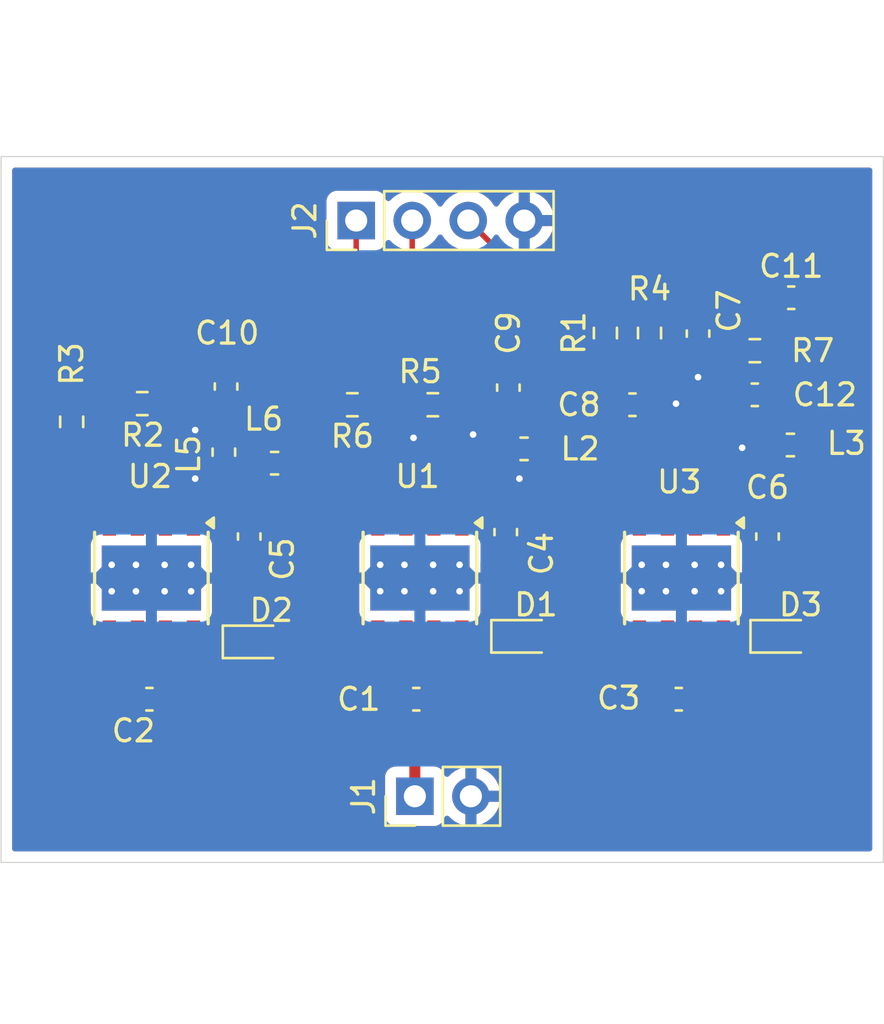
<source format=kicad_pcb>
(kicad_pcb (version 20241229) (generator "pcbnew") (generator_version "9.0")
  (layers (0 "F.Cu" signal) (2 "B.Cu" signal) (13 "F.Paste" user) (15 "B.Paste" user) (5 "F.SilkS" user "F.Silkscreen") (7 "B.SilkS" user "B.Silkscreen") (1 "F.Mask" user) (3 "B.Mask" user) (25 "Edge.Cuts" user))
  (net 0 "")
  (net 1 "GND")
  (net 2 "+24V")
  (net 3 "Net-(U1-BOOT)")
  (net 4 "Net-(D1-K)")
  (net 5 "Net-(U2-BOOT)")
  (net 6 "Net-(D2-K)")
  (net 7 "Net-(D3-K)")
  (net 8 "Net-(U3-BOOT)")
  (net 9 "Net-(U3-VSENSE)")
  (net 10 "Net-(C8-Pad2)")
  (net 11 "+5V")
  (net 12 "+12V")
  (net 13 "+3.3V")
  (net 14 "Net-(U2-VSENSE)")
  (net 15 "Net-(U1-VSENSE)")
  (footprint "Capacitor_SMD:C_0603_1608Metric" (layer "F.Cu") (at 188.625 59.25 180)
    (property "Reference" "C8" (at 2.425 0 0) (layer "F.SilkS"))
    (property "Value" "0.1 μF")
    (fp_line (start -0.14058 0.51) (end 0.14058 0.51) (stroke (width 0.12)) (layer "F.SilkS"))
    (fp_line (start -0.14058 -0.51) (end 0.14058 -0.51) (stroke (width 0.12)) (layer "F.SilkS"))
    (pad "1" smd roundrect (at -0.775 0 180) (size 0.9 0.95) (layers "F.Cu" "F.Mask" "F.Paste") (net 9 "Net-(U3-VSENSE)"))
    (pad "2" smd roundrect (at 0.775 0 180) (size 0.9 0.95) (layers "F.Cu" "F.Mask" "F.Paste") (net 10 "Net-(C8-Pad2)"))
  )
  (footprint "Capacitor_SMD:C_0603_1608Metric" (layer "F.Cu") (at 191.6 56.025 90)
    (property "Reference" "C7" (at 1.025 1.4 90) (layer "F.SilkS"))
    (property "Value" "150 pF")
    (fp_line (start -0.14058 -0.51) (end 0.14058 -0.51) (stroke (width 0.12)) (layer "F.SilkS"))
    (fp_line (start -0.14058 0.51) (end 0.14058 0.51) (stroke (width 0.12)) (layer "F.SilkS"))
    (pad "1" smd roundrect (at -0.775 0 90) (size 0.9 0.95) (layers "F.Cu" "F.Mask" "F.Paste") (net 9 "Net-(U3-VSENSE)"))
    (pad "2" smd roundrect (at 0.775 0 90) (size 0.9 0.95) (layers "F.Cu" "F.Mask" "F.Paste") (net 1 "GND"))
  )
  (footprint "Capacitor_SMD:C_0603_1608Metric" (layer "F.Cu") (at 190.725 72.6 180)
    (property "Reference" "C3" (at 2.725 0.05 0) (layer "F.SilkS"))
    (property "Value" "4.7uF")
    (fp_line (start -0.14058 0.51) (end 0.14058 0.51) (stroke (width 0.12)) (layer "F.SilkS"))
    (fp_line (start -0.14058 -0.51) (end 0.14058 -0.51) (stroke (width 0.12)) (layer "F.SilkS"))
    (pad "1" smd roundrect (at -0.775 0 180) (size 0.9 0.95) (layers "F.Cu" "F.Mask" "F.Paste") (net 2 "+24V"))
    (pad "2" smd roundrect (at 0.775 0 180) (size 0.9 0.95) (layers "F.Cu" "F.Mask" "F.Paste") (net 1 "GND"))
  )
  (footprint "Resistor_SMD:R_0603_1608Metric" (layer "F.Cu") (at 179.575 59.25 180)
    (property "Reference" "R5" (at 0.575 1.5 0) (layer "F.SilkS"))
    (property "Value" "10K")
    (fp_line (start -0.237258 0.5225) (end 0.237258 0.5225) (stroke (width 0.12)) (layer "F.SilkS"))
    (fp_line (start -0.237258 -0.5225) (end 0.237258 -0.5225) (stroke (width 0.12)) (layer "F.SilkS"))
    (pad "1" smd roundrect (at -0.825 0 180) (size 0.8 0.95) (layers "F.Cu" "F.Mask" "F.Paste") (net 11 "+5V"))
    (pad "2" smd roundrect (at 0.825 0 180) (size 0.8 0.95) (layers "F.Cu" "F.Mask" "F.Paste") (net 15 "Net-(U1-VSENSE)"))
  )
  (footprint "Capacitor_SMD:C_0603_1608Metric" (layer "F.Cu") (at 171.25 65.225 -90)
    (property "Reference" "C5" (at 1.025 -1.5 90) (layer "F.SilkS"))
    (property "Value" "0.01uf")
    (fp_line (start -0.14058 0.51) (end 0.14058 0.51) (stroke (width 0.12)) (layer "F.SilkS"))
    (fp_line (start -0.14058 -0.51) (end 0.14058 -0.51) (stroke (width 0.12)) (layer "F.SilkS"))
    (pad "1" smd roundrect (at -0.775 0 270) (size 0.9 0.95) (layers "F.Cu" "F.Mask" "F.Paste") (net 5 "Net-(U2-BOOT)"))
    (pad "2" smd roundrect (at 0.775 0 270) (size 0.9 0.95) (layers "F.Cu" "F.Mask" "F.Paste") (net 6 "Net-(D2-K)"))
  )
  (footprint "Package_SO:TI_SO-PowerPAD-8_ThermalVias" (layer "F.Cu") (at 178.988 67.106 -90)
    (property "Reference" "U1" (at -4.606 0.107 180) (layer "F.SilkS"))
    (property "Value" "TPS5430DDA")
    (fp_line (start -2.075 2.575) (end 2.075 2.575) (stroke (width 0.15)) (layer "F.SilkS"))
    (fp_line (start -2.075 -2.575) (end 2.075 -2.575) (stroke (width 0.15)) (layer "F.SilkS"))
    (fp_poly (pts (xy -2.5 -2.5) (xy -2.74 -2.83) (xy -2.26 -2.83) (xy -2.5 -2.5)) (stroke (width 0.12)) (fill yes) (layer "F.SilkS"))
    (pad "1" smd rect (at -2.7 -1.905 270) (size 1.55 0.6) (layers "F.Cu" "F.Mask" "F.Paste") (net 3 "Net-(U1-BOOT)"))
    (pad "2" smd rect (at -2.7 -0.635 270) (size 1.55 0.6) (layers "F.Cu" "F.Mask" "F.Paste"))
    (pad "3" smd rect (at -2.7 0.635 270) (size 1.55 0.6) (layers "F.Cu" "F.Mask" "F.Paste"))
    (pad "4" smd rect (at -2.7 1.905 270) (size 1.55 0.6) (layers "F.Cu" "F.Mask" "F.Paste") (net 15 "Net-(U1-VSENSE)"))
    (pad "5" smd rect (at 2.7 1.905 270) (size 1.55 0.6) (layers "F.Cu" "F.Mask" "F.Paste"))
    (pad "6" smd rect (at 2.7 0.635 270) (size 1.55 0.6) (layers "F.Cu" "F.Mask" "F.Paste") (net 1 "GND"))
    (pad "7" smd rect (at 2.7 -0.635 270) (size 1.55 0.6) (layers "F.Cu" "F.Mask" "F.Paste") (net 2 "+24V"))
    (pad "8" smd rect (at 2.7 -1.905 270) (size 1.55 0.6) (layers "F.Cu" "F.Mask" "F.Paste") (net 4 "Net-(D1-K)"))
    (pad "9" thru_hole circle (at -0.6 -1.8 270) (size 0.6 0.6) (drill 0.3) (layers "*.Cu") (net 1 "GND"))
    (pad "9" thru_hole circle (at -0.6 -0.6 270) (size 0.6 0.6) (drill 0.3) (layers "*.Cu") (net 1 "GND"))
    (pad "9" thru_hole circle (at -0.6 0.7 270) (size 0.6 0.6) (drill 0.3) (layers "*.Cu") (net 1 "GND"))
    (pad "9" thru_hole circle (at -0.6 1.8 270) (size 0.6 0.6) (drill 0.3) (layers "*.Cu") (net 1 "GND"))
    (pad "9" smd rect (at 0 0 270) (size 2.6 3.1) (layers "F.Cu" "F.Mask" "F.Paste") (net 1 "GND"))
    (pad "9" smd rect (at 0 0 270) (size 2.95 4.5) (layers "F.Cu") (net 1 "GND"))
    (pad "9" smd rect (at 0 0 270) (size 2.95 4.5) (layers "B.Cu") (net 1 "GND"))
    (pad "9" thru_hole circle (at 0.6 -1.8 270) (size 0.6 0.6) (drill 0.3) (layers "*.Cu") (net 1 "GND"))
    (pad "9" thru_hole circle (at 0.6 -0.6 270) (size 0.6 0.6) (drill 0.3) (layers "*.Cu") (net 1 "GND"))
    (pad "9" thru_hole circle (at 0.6 0.7 270) (size 0.6 0.6) (drill 0.3) (layers "*.Cu") (net 1 "GND"))
    (pad "9" thru_hole circle (at 0.6 1.8 270) (size 0.6 0.6) (drill 0.3) (layers "*.Cu") (net 1 "GND"))
  )
  (footprint "Resistor_SMD:R_0603_1608Metric" (layer "F.Cu") (at 163.2 60.025 -90)
    (property "Reference" "R3" (at -2.625 0 90) (layer "F.SilkS"))
    (property "Value" "1.13k")
    (fp_line (start -0.237258 0.5225) (end 0.237258 0.5225) (stroke (width 0.12)) (layer "F.SilkS"))
    (fp_line (start -0.237258 -0.5225) (end 0.237258 -0.5225) (stroke (width 0.12)) (layer "F.SilkS"))
    (pad "1" smd roundrect (at -0.825 0 270) (size 0.8 0.95) (layers "F.Cu" "F.Mask" "F.Paste") (net 14 "Net-(U2-VSENSE)"))
    (pad "2" smd roundrect (at 0.825 0 270) (size 0.8 0.95) (layers "F.Cu" "F.Mask" "F.Paste") (net 1 "GND"))
  )
  (footprint "Resistor_SMD:R_0603_1608Metric" (layer "F.Cu") (at 187.4 56 90)
    (property "Reference" "R1" (at 0 -1.43 90) (layer "F.SilkS"))
    (property "Value" "549 Ω")
    (fp_line (start -0.237258 -0.5225) (end 0.237258 -0.5225) (stroke (width 0.12)) (layer "F.SilkS"))
    (fp_line (start -0.237258 0.5225) (end 0.237258 0.5225) (stroke (width 0.12)) (layer "F.SilkS"))
    (pad "1" smd roundrect (at -0.825 0 90) (size 0.8 0.95) (layers "F.Cu" "F.Mask" "F.Paste") (net 10 "Net-(C8-Pad2)"))
    (pad "2" smd roundrect (at 0.825 0 90) (size 0.8 0.95) (layers "F.Cu" "F.Mask" "F.Paste") (net 1 "GND"))
  )
  (footprint "Capacitor_SMD:C_0603_1608Metric" (layer "F.Cu") (at 182.881 65.025 -90)
    (property "Reference" "C4" (at 0.975 -1.619 90) (layer "F.SilkS"))
    (property "Value" "0.01 uF")
    (fp_line (start -0.14058 0.51) (end 0.14058 0.51) (stroke (width 0.12)) (layer "F.SilkS"))
    (fp_line (start -0.14058 -0.51) (end 0.14058 -0.51) (stroke (width 0.12)) (layer "F.SilkS"))
    (pad "1" smd roundrect (at -0.775 0 270) (size 0.9 0.95) (layers "F.Cu" "F.Mask" "F.Paste") (net 3 "Net-(U1-BOOT)"))
    (pad "2" smd roundrect (at 0.775 0 270) (size 0.9 0.95) (layers "F.Cu" "F.Mask" "F.Paste") (net 4 "Net-(D1-K)"))
  )
  (footprint "Resistor_SMD:R_0603_1608Metric" (layer "F.Cu") (at 194.175 56.8)
    (property "Reference" "R7" (at 2.625 0 0) (layer "F.SilkS"))
    (property "Value" "10 kΩ")
    (fp_line (start -0.237258 -0.5225) (end 0.237258 -0.5225) (stroke (width 0.12)) (layer "F.SilkS"))
    (fp_line (start -0.237258 0.5225) (end 0.237258 0.5225) (stroke (width 0.12)) (layer "F.SilkS"))
    (pad "1" smd roundrect (at -0.825 0) (size 0.8 0.95) (layers "F.Cu" "F.Mask" "F.Paste") (net 9 "Net-(U3-VSENSE)"))
    (pad "2" smd roundrect (at 0.825 0) (size 0.8 0.95) (layers "F.Cu" "F.Mask" "F.Paste") (net 13 "+3.3V"))
  )
  (footprint "Package_SO:TI_SO-PowerPAD-8_ThermalVias" (layer "F.Cu") (at 190.845 67.106 -90)
    (property "Reference" "U3" (at -4.356 0.095 180) (layer "F.SilkS"))
    (property "Value" "TPS5430DDA")
    (fp_line (start -2.075 2.575) (end 2.075 2.575) (stroke (width 0.15)) (layer "F.SilkS"))
    (fp_line (start -2.075 -2.575) (end 2.075 -2.575) (stroke (width 0.15)) (layer "F.SilkS"))
    (fp_poly (pts (xy -2.5 -2.5) (xy -2.74 -2.83) (xy -2.26 -2.83) (xy -2.5 -2.5)) (stroke (width 0.12)) (fill yes) (layer "F.SilkS"))
    (pad "1" smd rect (at -2.7 -1.905 270) (size 1.55 0.6) (layers "F.Cu" "F.Mask" "F.Paste") (net 8 "Net-(U3-BOOT)"))
    (pad "2" smd rect (at -2.7 -0.635 270) (size 1.55 0.6) (layers "F.Cu" "F.Mask" "F.Paste"))
    (pad "3" smd rect (at -2.7 0.635 270) (size 1.55 0.6) (layers "F.Cu" "F.Mask" "F.Paste"))
    (pad "4" smd rect (at -2.7 1.905 270) (size 1.55 0.6) (layers "F.Cu" "F.Mask" "F.Paste") (net 9 "Net-(U3-VSENSE)"))
    (pad "5" smd rect (at 2.7 1.905 270) (size 1.55 0.6) (layers "F.Cu" "F.Mask" "F.Paste"))
    (pad "6" smd rect (at 2.7 0.635 270) (size 1.55 0.6) (layers "F.Cu" "F.Mask" "F.Paste") (net 1 "GND"))
    (pad "7" smd rect (at 2.7 -0.635 270) (size 1.55 0.6) (layers "F.Cu" "F.Mask" "F.Paste") (net 2 "+24V"))
    (pad "8" smd rect (at 2.7 -1.905 270) (size 1.55 0.6) (layers "F.Cu" "F.Mask" "F.Paste") (net 7 "Net-(D3-K)"))
    (pad "9" thru_hole circle (at -0.6 -1.8 270) (size 0.6 0.6) (drill 0.3) (layers "*.Cu") (net 1 "GND"))
    (pad "9" thru_hole circle (at -0.6 -0.6 270) (size 0.6 0.6) (drill 0.3) (layers "*.Cu") (net 1 "GND"))
    (pad "9" thru_hole circle (at -0.6 0.7 270) (size 0.6 0.6) (drill 0.3) (layers "*.Cu") (net 1 "GND"))
    (pad "9" thru_hole circle (at -0.6 1.8 270) (size 0.6 0.6) (drill 0.3) (layers "*.Cu") (net 1 "GND"))
    (pad "9" smd rect (at 0 0 270) (size 2.6 3.1) (layers "F.Cu" "F.Mask" "F.Paste") (net 1 "GND"))
    (pad "9" smd rect (at 0 0 270) (size 2.95 4.5) (layers "F.Cu") (net 1 "GND"))
    (pad "9" smd rect (at 0 0 270) (size 2.95 4.5) (layers "B.Cu") (net 1 "GND"))
    (pad "9" thru_hole circle (at 0.6 -1.8 270) (size 0.6 0.6) (drill 0.3) (layers "*.Cu") (net 1 "GND"))
    (pad "9" thru_hole circle (at 0.6 -0.6 270) (size 0.6 0.6) (drill 0.3) (layers "*.Cu") (net 1 "GND"))
    (pad "9" thru_hole circle (at 0.6 0.7 270) (size 0.6 0.6) (drill 0.3) (layers "*.Cu") (net 1 "GND"))
    (pad "9" thru_hole circle (at 0.6 1.8 270) (size 0.6 0.6) (drill 0.3) (layers "*.Cu") (net 1 "GND"))
  )
  (footprint "Capacitor_SMD:C_0603_1608Metric" (layer "F.Cu") (at 178.825 72.6 180)
    (property "Reference" "C1" (at 2.606 0 0) (layer "F.SilkS"))
    (property "Value" "4.7 μF")
    (fp_line (start -0.14058 0.51) (end 0.14058 0.51) (stroke (width 0.12)) (layer "F.SilkS"))
    (fp_line (start -0.14058 -0.51) (end 0.14058 -0.51) (stroke (width 0.12)) (layer "F.SilkS"))
    (pad "1" smd roundrect (at -0.775 0 180) (size 0.9 0.95) (layers "F.Cu" "F.Mask" "F.Paste") (net 2 "+24V"))
    (pad "2" smd roundrect (at 0.775 0 180) (size 0.9 0.95) (layers "F.Cu" "F.Mask" "F.Paste") (net 1 "GND"))
  )
  (footprint "Connector_PinHeader_2.54mm:PinHeader_1x04_P2.54mm_Vertical" (layer "F.Cu") (at 176.1 50.9 90)
    (property "Reference" "J2" (at 0 -2.33 90) (layer "F.SilkS"))
    (property "Value" "Power Out")
    (fp_line (start -1.33 -1.33) (end 0 -1.33) (stroke (width 0.12)) (layer "F.SilkS"))
    (fp_line (start -1.33 0) (end -1.33 -1.33) (stroke (width 0.12)) (layer "F.SilkS"))
    (fp_line (start 1.33 1.27) (end 1.33 8.95) (stroke (width 0.12)) (layer "F.SilkS"))
    (fp_line (start -1.33 1.27) (end 1.33 1.27) (stroke (width 0.12)) (layer "F.SilkS"))
    (fp_line (start -1.33 1.27) (end -1.33 8.95) (stroke (width 0.12)) (layer "F.SilkS"))
    (fp_line (start -1.33 8.95) (end 1.33 8.95) (stroke (width 0.12)) (layer "F.SilkS"))
    (pad "1" thru_hole rect (at 0 0 90) (size 1.7 1.7) (drill 1) (layers "*.Cu" "*.Mask") (net 12 "+12V"))
    (pad "2" thru_hole oval (at 0 2.54 90) (size 1.7 1.7) (drill 1) (layers "*.Cu" "*.Mask") (net 11 "+5V"))
    (pad "3" thru_hole oval (at 0 5.08 90) (size 1.7 1.7) (drill 1) (layers "*.Cu" "*.Mask") (net 13 "+3.3V"))
    (pad "4" thru_hole oval (at 0 7.62 90) (size 1.7 1.7) (drill 1) (layers "*.Cu" "*.Mask") (net 1 "GND"))
  )
  (footprint "Resistor_SMD:R_0603_1608Metric" (layer "F.Cu") (at 166.4 59.2 180)
    (property "Reference" "R2" (at -0.025 -1.43 0) (layer "F.SilkS"))
    (property "Value" "10k")
    (fp_line (start -0.237258 0.5225) (end 0.237258 0.5225) (stroke (width 0.12)) (layer "F.SilkS"))
    (fp_line (start -0.237258 -0.5225) (end 0.237258 -0.5225) (stroke (width 0.12)) (layer "F.SilkS"))
    (pad "1" smd roundrect (at -0.825 0 180) (size 0.8 0.95) (layers "F.Cu" "F.Mask" "F.Paste") (net 12 "+12V"))
    (pad "2" smd roundrect (at 0.825 0 180) (size 0.8 0.95) (layers "F.Cu" "F.Mask" "F.Paste") (net 14 "Net-(U2-VSENSE)"))
  )
  (footprint "Resistor_SMD:R_0603_1608Metric" (layer "F.Cu") (at 189.4 56 90)
    (property "Reference" "R4" (at 2 0 180) (layer "F.SilkS"))
    (property "Value" "5.9 kΩ")
    (fp_line (start -0.237258 -0.5225) (end 0.237258 -0.5225) (stroke (width 0.12)) (layer "F.SilkS"))
    (fp_line (start -0.237258 0.5225) (end 0.237258 0.5225) (stroke (width 0.12)) (layer "F.SilkS"))
    (pad "1" smd roundrect (at -0.825 0 90) (size 0.8 0.95) (layers "F.Cu" "F.Mask" "F.Paste") (net 9 "Net-(U3-VSENSE)"))
    (pad "2" smd roundrect (at 0.825 0 90) (size 0.8 0.95) (layers "F.Cu" "F.Mask" "F.Paste") (net 1 "GND"))
  )
  (footprint "Diode_SMD:D_0603_1608Metric" (layer "F.Cu") (at 183.7125 69.75)
    (property "Reference" "D1" (at 0.5375 -1.43 0) (layer "F.SilkS"))
    (property "Value" "D_Schottky")
    (fp_line (start -1.485 -0.735) (end -1.485 0.735) (stroke (width 0.12)) (layer "F.SilkS"))
    (fp_line (start -1.485 0.735) (end 0.8 0.735) (stroke (width 0.12)) (layer "F.SilkS"))
    (fp_line (start 0.8 -0.735) (end -1.485 -0.735) (stroke (width 0.12)) (layer "F.SilkS"))
    (pad "1" smd roundrect (at -0.7875 0) (size 0.875 0.95) (layers "F.Cu" "F.Mask" "F.Paste") (net 4 "Net-(D1-K)"))
    (pad "2" smd roundrect (at 0.7875 0) (size 0.875 0.95) (layers "F.Cu" "F.Mask" "F.Paste") (net 1 "GND"))
  )
  (footprint "Capacitor_SMD:C_0603_1608Metric" (layer "F.Cu") (at 195.825 54.4)
    (property "Reference" "C11" (at 0 -1.43 0) (layer "F.SilkS"))
    (property "Value" "100 μF")
    (fp_line (start -0.14058 -0.51) (end 0.14058 -0.51) (stroke (width 0.12)) (layer "F.SilkS"))
    (fp_line (start -0.14058 0.51) (end 0.14058 0.51) (stroke (width 0.12)) (layer "F.SilkS"))
    (pad "1" smd roundrect (at -0.775 0) (size 0.9 0.95) (layers "F.Cu" "F.Mask" "F.Paste") (net 13 "+3.3V"))
    (pad "2" smd roundrect (at 0.775 0) (size 0.9 0.95) (layers "F.Cu" "F.Mask" "F.Paste") (net 1 "GND"))
  )
  (footprint "Inductor_SMD:L_0603_1608Metric" (layer "F.Cu") (at 172.4 61.9)
    (property "Reference" "L6" (at -0.5 -2 0) (layer "F.SilkS"))
    (property "Value" "12u")
    (fp_line (start -0.162779 -0.51) (end 0.162779 -0.51) (stroke (width 0.12)) (layer "F.SilkS"))
    (fp_line (start -0.162779 0.51) (end 0.162779 0.51) (stroke (width 0.12)) (layer "F.SilkS"))
    (pad "1" smd roundrect (at -0.7875 0) (size 0.875 0.95) (layers "F.Cu" "F.Mask" "F.Paste"))
    (pad "2" smd roundrect (at 0.7875 0) (size 0.875 0.95) (layers "F.Cu" "F.Mask" "F.Paste"))
  )
  (footprint "Diode_SMD:D_0603_1608Metric" (layer "F.Cu") (at 171.5375 70)
    (property "Reference" "D2" (at 0.7125 -1.43 0) (layer "F.SilkS"))
    (property "Value" "D_Schottky")
    (fp_line (start -1.485 -0.735) (end -1.485 0.735) (stroke (width 0.12)) (layer "F.SilkS"))
    (fp_line (start -1.485 0.735) (end 0.8 0.735) (stroke (width 0.12)) (layer "F.SilkS"))
    (fp_line (start 0.8 -0.735) (end -1.485 -0.735) (stroke (width 0.12)) (layer "F.SilkS"))
    (pad "1" smd roundrect (at -0.7875 0) (size 0.875 0.95) (layers "F.Cu" "F.Mask" "F.Paste") (net 6 "Net-(D2-K)"))
    (pad "2" smd roundrect (at 0.7875 0) (size 0.875 0.95) (layers "F.Cu" "F.Mask" "F.Paste") (net 1 "GND"))
  )
  (footprint "Diode_SMD:D_0603_1608Metric" (layer "F.Cu") (at 195.4625 69.75)
    (property "Reference" "D3" (at 0.7875 -1.43 0) (layer "F.SilkS"))
    (property "Value" "D_Schottky")
    (fp_line (start -1.485 -0.735) (end -1.485 0.735) (stroke (width 0.12)) (layer "F.SilkS"))
    (fp_line (start -1.485 0.735) (end 0.8 0.735) (stroke (width 0.12)) (layer "F.SilkS"))
    (fp_line (start 0.8 -0.735) (end -1.485 -0.735) (stroke (width 0.12)) (layer "F.SilkS"))
    (pad "1" smd roundrect (at -0.7875 0) (size 0.875 0.95) (layers "F.Cu" "F.Mask" "F.Paste") (net 7 "Net-(D3-K)"))
    (pad "2" smd roundrect (at 0.7875 0) (size 0.875 0.95) (layers "F.Cu" "F.Mask" "F.Paste") (net 1 "GND"))
  )
  (footprint "Inductor_SMD:L_0603_1608Metric" (layer "F.Cu") (at 183.7125 61.25 180)
    (property "Reference" "L2" (at -2.5375 0 0) (layer "F.SilkS"))
    (property "Value" ">=26 uH")
    (fp_line (start -0.162779 0.51) (end 0.162779 0.51) (stroke (width 0.12)) (layer "F.SilkS"))
    (fp_line (start -0.162779 -0.51) (end 0.162779 -0.51) (stroke (width 0.12)) (layer "F.SilkS"))
    (pad "1" smd roundrect (at -0.7875 0 180) (size 0.875 0.95) (layers "F.Cu" "F.Mask" "F.Paste") (net 4 "Net-(D1-K)"))
    (pad "2" smd roundrect (at 0.7875 0 180) (size 0.875 0.95) (layers "F.Cu" "F.Mask" "F.Paste") (net 11 "+5V"))
  )
  (footprint "Connector_PinHeader_2.54mm:PinHeader_1x02_P2.54mm_Vertical" (layer "F.Cu") (at 178.76 77 90)
    (property "Reference" "J1" (at 0 -2.33 90) (layer "F.SilkS"))
    (property "Value" "Power In")
    (fp_line (start -1.33 -1.33) (end 0 -1.33) (stroke (width 0.12)) (layer "F.SilkS"))
    (fp_line (start -1.33 0) (end -1.33 -1.33) (stroke (width 0.12)) (layer "F.SilkS"))
    (fp_line (start 1.33 1.27) (end 1.33 3.87) (stroke (width 0.12)) (layer "F.SilkS"))
    (fp_line (start -1.33 1.27) (end 1.33 1.27) (stroke (width 0.12)) (layer "F.SilkS"))
    (fp_line (start -1.33 1.27) (end -1.33 3.87) (stroke (width 0.12)) (layer "F.SilkS"))
    (fp_line (start -1.33 3.87) (end 1.33 3.87) (stroke (width 0.12)) (layer "F.SilkS"))
    (pad "1" thru_hole rect (at 0 0 90) (size 1.7 1.7) (drill 1) (layers "*.Cu" "*.Mask") (net 2 "+24V"))
    (pad "2" thru_hole oval (at 0 2.54 90) (size 1.7 1.7) (drill 1) (layers "*.Cu" "*.Mask") (net 1 "GND"))
  )
  (footprint "Inductor_SMD:L_0603_1608Metric" (layer "F.Cu") (at 195.7875 61.075 180)
    (property "Reference" "L3" (at -2.5375 0.075 0) (layer "F.SilkS"))
    (property "Value" "15 μH")
    (fp_line (start -0.162779 0.51) (end 0.162779 0.51) (stroke (width 0.12)) (layer "F.SilkS"))
    (fp_line (start -0.162779 -0.51) (end 0.162779 -0.51) (stroke (width 0.12)) (layer "F.SilkS"))
    (pad "1" smd roundrect (at -0.7875 0 180) (size 0.875 0.95) (layers "F.Cu" "F.Mask" "F.Paste") (net 7 "Net-(D3-K)"))
    (pad "2" smd roundrect (at 0.7875 0 180) (size 0.875 0.95) (layers "F.Cu" "F.Mask" "F.Paste") (net 13 "+3.3V"))
  )
  (footprint "Capacitor_SMD:C_0603_1608Metric" (layer "F.Cu") (at 183 58.475 90)
    (property "Reference" "C9" (at 2.475 0 90) (layer "F.SilkS"))
    (property "Value" "220uF")
    (fp_line (start -0.14058 -0.51) (end 0.14058 -0.51) (stroke (width 0.12)) (layer "F.SilkS"))
    (fp_line (start -0.14058 0.51) (end 0.14058 0.51) (stroke (width 0.12)) (layer "F.SilkS"))
    (pad "1" smd roundrect (at -0.775 0 90) (size 0.9 0.95) (layers "F.Cu" "F.Mask" "F.Paste") (net 11 "+5V"))
    (pad "2" smd roundrect (at 0.775 0 90) (size 0.9 0.95) (layers "F.Cu" "F.Mask" "F.Paste") (net 1 "GND"))
  )
  (footprint "Capacitor_SMD:C_0603_1608Metric" (layer "F.Cu") (at 194.175 58.8)
    (property "Reference" "C12" (at 3.175 0 0) (layer "F.SilkS"))
    (property "Value" "1500 pF")
    (fp_line (start -0.14058 -0.51) (end 0.14058 -0.51) (stroke (width 0.12)) (layer "F.SilkS"))
    (fp_line (start -0.14058 0.51) (end 0.14058 0.51) (stroke (width 0.12)) (layer "F.SilkS"))
    (pad "1" smd roundrect (at -0.775 0) (size 0.9 0.95) (layers "F.Cu" "F.Mask" "F.Paste") (net 9 "Net-(U3-VSENSE)"))
    (pad "2" smd roundrect (at 0.775 0) (size 0.9 0.95) (layers "F.Cu" "F.Mask" "F.Paste") (net 13 "+3.3V"))
  )
  (footprint "Package_SO:TI_SO-PowerPAD-8_ThermalVias" (layer "F.Cu") (at 166.814 67.108 -90)
    (property "Reference" "U2" (at -4.608 0.064 0) (layer "F.SilkS"))
    (property "Value" "TPS5430DDA")
    (fp_line (start -2.075 2.575) (end 2.075 2.575) (stroke (width 0.15)) (layer "F.SilkS"))
    (fp_line (start -2.075 -2.575) (end 2.075 -2.575) (stroke (width 0.15)) (layer "F.SilkS"))
    (fp_poly (pts (xy -2.5 -2.5) (xy -2.74 -2.83) (xy -2.26 -2.83) (xy -2.5 -2.5)) (stroke (width 0.12)) (fill yes) (layer "F.SilkS"))
    (pad "1" smd rect (at -2.7 -1.905 270) (size 1.55 0.6) (layers "F.Cu" "F.Mask" "F.Paste") (net 5 "Net-(U2-BOOT)"))
    (pad "2" smd rect (at -2.7 -0.635 270) (size 1.55 0.6) (layers "F.Cu" "F.Mask" "F.Paste"))
    (pad "3" smd rect (at -2.7 0.635 270) (size 1.55 0.6) (layers "F.Cu" "F.Mask" "F.Paste"))
    (pad "4" smd rect (at -2.7 1.905 270) (size 1.55 0.6) (layers "F.Cu" "F.Mask" "F.Paste") (net 14 "Net-(U2-VSENSE)"))
    (pad "5" smd rect (at 2.7 1.905 270) (size 1.55 0.6) (layers "F.Cu" "F.Mask" "F.Paste"))
    (pad "6" smd rect (at 2.7 0.635 270) (size 1.55 0.6) (layers "F.Cu" "F.Mask" "F.Paste") (net 1 "GND"))
    (pad "7" smd rect (at 2.7 -0.635 270) (size 1.55 0.6) (layers "F.Cu" "F.Mask" "F.Paste") (net 2 "+24V"))
    (pad "8" smd rect (at 2.7 -1.905 270) (size 1.55 0.6) (layers "F.Cu" "F.Mask" "F.Paste") (net 6 "Net-(D2-K)"))
    (pad "9" thru_hole circle (at -0.6 -1.8 270) (size 0.6 0.6) (drill 0.3) (layers "*.Cu") (net 1 "GND"))
    (pad "9" thru_hole circle (at -0.6 -0.6 270) (size 0.6 0.6) (drill 0.3) (layers "*.Cu") (net 1 "GND"))
    (pad "9" thru_hole circle (at -0.6 0.7 270) (size 0.6 0.6) (drill 0.3) (layers "*.Cu") (net 1 "GND"))
    (pad "9" thru_hole circle (at -0.6 1.8 270) (size 0.6 0.6) (drill 0.3) (layers "*.Cu") (net 1 "GND"))
    (pad "9" smd rect (at 0 0 270) (size 2.6 3.1) (layers "F.Cu" "F.Mask" "F.Paste") (net 1 "GND"))
    (pad "9" smd rect (at 0 0 270) (size 2.95 4.5) (layers "F.Cu") (net 1 "GND"))
    (pad "9" smd rect (at 0 0 270) (size 2.95 4.5) (layers "B.Cu") (net 1 "GND"))
    (pad "9" thru_hole circle (at 0.6 -1.8 270) (size 0.6 0.6) (drill 0.3) (layers "*.Cu") (net 1 "GND"))
    (pad "9" thru_hole circle (at 0.6 -0.6 270) (size 0.6 0.6) (drill 0.3) (layers "*.Cu") (net 1 "GND"))
    (pad "9" thru_hole circle (at 0.6 0.7 270) (size 0.6 0.6) (drill 0.3) (layers "*.Cu") (net 1 "GND"))
    (pad "9" thru_hole circle (at 0.6 1.8 270) (size 0.6 0.6) (drill 0.3) (layers "*.Cu") (net 1 "GND"))
  )
  (footprint "Capacitor_SMD:C_0603_1608Metric" (layer "F.Cu") (at 170.2 58.425 -90)
    (property "Reference" "C10" (at -2.425 -0.05 180) (layer "F.SilkS"))
    (property "Value" "22u")
    (fp_line (start -0.14058 0.51) (end 0.14058 0.51) (stroke (width 0.12)) (layer "F.SilkS"))
    (fp_line (start -0.14058 -0.51) (end 0.14058 -0.51) (stroke (width 0.12)) (layer "F.SilkS"))
    (pad "1" smd roundrect (at -0.775 0 270) (size 0.9 0.95) (layers "F.Cu" "F.Mask" "F.Paste") (net 1 "GND"))
    (pad "2" smd roundrect (at 0.775 0 270) (size 0.9 0.95) (layers "F.Cu" "F.Mask" "F.Paste") (net 12 "+12V"))
  )
  (footprint "Resistor_SMD:R_0603_1608Metric" (layer "F.Cu") (at 175.925 59.25 180)
    (property "Reference" "R6" (at 0 -1.43 0) (layer "F.SilkS"))
    (property "Value" "3.2K")
    (fp_line (start -0.237258 0.5225) (end 0.237258 0.5225) (stroke (width 0.12)) (layer "F.SilkS"))
    (fp_line (start -0.237258 -0.5225) (end 0.237258 -0.5225) (stroke (width 0.12)) (layer "F.SilkS"))
    (pad "1" smd roundrect (at -0.825 0 180) (size 0.8 0.95) (layers "F.Cu" "F.Mask" "F.Paste") (net 15 "Net-(U1-VSENSE)"))
    (pad "2" smd roundrect (at 0.825 0 180) (size 0.8 0.95) (layers "F.Cu" "F.Mask" "F.Paste") (net 1 "GND"))
  )
  (footprint "Inductor_SMD:L_0603_1608Metric" (layer "F.Cu") (at 170.1 61.4 -90)
    (property "Reference" "L5" (at 0.1 1.6 90) (layer "F.SilkS"))
    (property "Value" "10u" (hide yes))
    (fp_line (start -0.162779 0.51) (end 0.162779 0.51) (stroke (width 0.12)) (layer "F.SilkS"))
    (fp_line (start -0.162779 -0.51) (end 0.162779 -0.51) (stroke (width 0.12)) (layer "F.SilkS"))
    (pad "1" smd roundrect (at -0.7875 0 270) (size 0.875 0.95) (layers "F.Cu" "F.Mask" "F.Paste"))
    (pad "2" smd roundrect (at 0.7875 0 270) (size 0.875 0.95) (layers "F.Cu" "F.Mask" "F.Paste"))
  )
  (footprint "Capacitor_SMD:C_0603_1608Metric" (layer "F.Cu") (at 194.75 65.225 -90)
    (property "Reference" "C6" (at -2.225 0 180) (layer "F.SilkS"))
    (property "Value" "0.01 μF")
    (fp_line (start -0.14058 0.51) (end 0.14058 0.51) (stroke (width 0.12)) (layer "F.SilkS"))
    (fp_line (start -0.14058 -0.51) (end 0.14058 -0.51) (stroke (width 0.12)) (layer "F.SilkS"))
    (pad "1" smd roundrect (at -0.775 0 270) (size 0.9 0.95) (layers "F.Cu" "F.Mask" "F.Paste") (net 8 "Net-(U3-BOOT)"))
    (pad "2" smd roundrect (at 0.775 0 270) (size 0.9 0.95) (layers "F.Cu" "F.Mask" "F.Paste") (net 7 "Net-(D3-K)"))
  )
  (footprint "Capacitor_SMD:C_0603_1608Metric" (layer "F.Cu") (at 166.725 72.6 180)
    (property "Reference" "C2" (at 0.725 -1.43 0) (layer "F.SilkS"))
    (property "Value" "10u")
    (fp_line (start -0.14058 0.51) (end 0.14058 0.51) (stroke (width 0.12)) (layer "F.SilkS"))
    (fp_line (start -0.14058 -0.51) (end 0.14058 -0.51) (stroke (width 0.12)) (layer "F.SilkS"))
    (pad "1" smd roundrect (at -0.775 0 180) (size 0.9 0.95) (layers "F.Cu" "F.Mask" "F.Paste") (net 2 "+24V"))
    (pad "2" smd roundrect (at 0.775 0 180) (size 0.9 0.95) (layers "F.Cu" "F.Mask" "F.Paste") (net 1 "GND"))
  )
  (gr_rect (start 160 48) (end 200 80) (stroke (width 0.05)) (fill no) (layer "Edge.Cuts"))
  (segment (start 172.9 62.1875) (end 172.9 64.1) (width 0.2) (layer "F.Cu") (net 0))
  (segment (start 170.5 61.9) (end 171.6125 61.9) (width 0.2) (layer "F.Cu") (net 0))
  (segment (start 170.3 62.1) (end 170.5 61.9) (width 0.2) (layer "F.Cu") (net 0))
  (segment (start 173.1875 61.9) (end 172.9 62.1875) (width 0.2) (layer "F.Cu") (net 0))
  (via (at 168.8 60.4) (size 0.6) (drill 0.3) (layers "F.Cu" "B.Cu") (net 1))
  (via (at 190.6 59.2) (size 0.6) (drill 0.3) (layers "F.Cu" "B.Cu") (net 1))
  (via (at 191.6 58) (size 0.6) (drill 0.3) (layers "F.Cu" "B.Cu") (net 1))
  (via (at 168.8 62.6) (size 0.6) (drill 0.3) (layers "F.Cu" "B.Cu") (net 1))
  (via (at 183.5 62.6) (size 0.6) (drill 0.3) (layers "F.Cu" "B.Cu") (net 1))
  (via (at 193.6 61.2) (size 0.6) (drill 0.3) (layers "F.Cu" "B.Cu") (net 1))
  (via (at 181.4 60.6) (size 0.6) (drill 0.3) (layers "F.Cu" "B.Cu") (net 1))
  (via (at 178.7 60.75) (size 0.6) (drill 0.3) (layers "F.Cu" "B.Cu") (net 1))
  (segment (start 167.5 73.25) (end 167.5 72.6) (width 0.5) (layer "F.Cu") (net 2))
  (segment (start 191.5 73.5) (end 191.5 72.25) (width 0.5) (layer "F.Cu") (net 2))
  (segment (start 181 74.169) (end 180.369 74.169) (width 0.5) (layer "F.Cu") (net 2))
  (segment (start 178.76 75.04) (end 178.76 77) (width 0.5) (layer "F.Cu") (net 2))
  (segment (start 191.48 72.02) (end 191.25 72.25) (width 0.25) (layer "F.Cu") (net 2))
  (segment (start 191.48 69.806) (end 191.48 72.23) (width 0.25) (layer "F.Cu") (net 2))
  (segment (start 191.48 72.23) (end 191.5 72.25) (width 0.25) (layer "F.Cu") (net 2))
  (segment (start 180 74.169) (end 181 74.169) (width 0.5) (layer "F.Cu") (net 2))
  (segment (start 179.631 74.169) (end 178.76 75.04) (width 0.5) (layer "F.Cu") (net 2))
  (segment (start 180 74.169) (end 168.419 74.169) (width 0.5) (layer "F.Cu") (net 2))
  (segment (start 179.631 69.814) (end 179.623 69.806) (width 0.25) (layer "F.Cu") (net 2))
  (segment (start 190.831 74.169) (end 191.5 73.5) (width 0.5) (layer "F.Cu") (net 2))
  (segment (start 167.449 69.808) (end 167.5 69.859) (width 0.25) (layer "F.Cu") (net 2))
  (segment (start 179.6 72.6) (end 179.6 69.829) (width 0.25) (layer "F.Cu") (net 2))
  (segment (start 168.419 74.169) (end 167.5 73.25) (width 0.5) (layer "F.Cu") (net 2))
  (segment (start 180 74.169) (end 179.631 74.169) (width 0.5) (layer "F.Cu") (net 2))
  (segment (start 181 74.169) (end 190.831 74.169) (width 0.5) (layer "F.Cu") (net 2))
  (segment (start 179.6 73.4) (end 179.6 72.6) (width 0.5) (layer "F.Cu") (net 2))
  (segment (start 179.6 69.829) (end 179.623 69.806) (width 0.25) (layer "F.Cu") (net 2))
  (segment (start 180.369 74.169) (end 179.6 73.4) (width 0.5) (layer "F.Cu") (net 2))
  (segment (start 167.5 69.859) (end 167.5 72.6) (width 0.25) (layer "F.Cu") (net 2))
  (segment (start 181.049 64.25) (end 180.893 64.406) (width 0.25) (layer "F.Cu") (net 3))
  (segment (start 182.881 64.25) (end 181.049 64.25) (width 0.25) (layer "F.Cu") (net 3))
  (segment (start 184.5 64.181) (end 184.5 61.25) (width 0.25) (layer "F.Cu") (net 4))
  (segment (start 180.893 69.806) (end 182.75 69.806) (width 0.25) (layer "F.Cu") (net 4))
  (segment (start 182.881 65.8) (end 182.881 69.675) (width 0.25) (layer "F.Cu") (net 4))
  (segment (start 182.881 65.8) (end 184.5 64.181) (width 0.25) (layer "F.Cu") (net 4))
  (segment (start 182.75 69.806) (end 182.806 69.75) (width 0.25) (layer "F.Cu") (net 4))
  (segment (start 182.881 69.675) (end 182.806 69.75) (width 0.25) (layer "F.Cu") (net 4))
  (segment (start 171.208 64.408) (end 171.25 64.45) (width 0.25) (layer "F.Cu") (net 5))
  (segment (start 168.719 64.408) (end 171.208 64.408) (width 0.25) (layer "F.Cu") (net 5))
  (segment (start 170.558 69.808) (end 170.75 70) (width 0.25) (layer "F.Cu") (net 6))
  (segment (start 171.25 66) (end 171.25 67.75) (width 0.25) (layer "F.Cu") (net 6))
  (segment (start 172.9 64.1) (end 172.9 64.35) (width 0.2) (layer "F.Cu") (net 6))
  (segment (start 170.75 68.25) (end 170.75 70) (width 0.25) (layer "F.Cu") (net 6))
  (segment (start 172.9 64.35) (end 171.25 66) (width 0.2) (layer "F.Cu") (net 6))
  (segment (start 171.25 67.75) (end 170.75 68.25) (width 0.25) (layer "F.Cu") (net 6))
  (segment (start 168.719 69.808) (end 170.558 69.808) (width 0.25) (layer "F.Cu") (net 6))
  (segment (start 196.5 63.25) (end 196.5 61.075) (width 0.25) (layer "F.Cu") (net 7))
  (segment (start 194.619 69.806) (end 194.675 69.75) (width 0.25) (layer "F.Cu") (net 7))
  (segment (start 194.75 66) (end 196.5 64.25) (width 0.25) (layer "F.Cu") (net 7))
  (segment (start 192.75 69.806) (end 194.619 69.806) (width 0.25) (layer "F.Cu") (net 7))
  (segment (start 194.675 69.75) (end 194.675 66.075) (width 0.25) (layer "F.Cu") (net 7))
  (segment (start 196.5 64.25) (end 196.5 63.25) (width 0.25) (layer "F.Cu") (net 7))
  (segment (start 194.675 66.075) (end 194.75 66) (width 0.25) (layer "F.Cu") (net 7))
  (segment (start 194.706 64.406) (end 194.75 64.45) (width 0.25) (layer "F.Cu") (net 8))
  (segment (start 192.75 64.406) (end 194.706 64.406) (width 0.25) (layer "F.Cu") (net 8))
  (segment (start 193.325 56.825) (end 193.35 56.8) (width 0.25) (layer "F.Cu") (net 9))
  (segment (start 189 64.346) (end 188.94 64.406) (width 0.25) (layer "F.Cu") (net 9))
  (segment (start 189.4 59.25) (end 189.4 61.6) (width 0.25) (layer "F.Cu") (net 9))
  (segment (start 189.4 56.825) (end 189.4 59.25) (width 0.25) (layer "F.Cu") (net 9))
  (segment (start 188.94 62.06) (end 188.94 64.406) (width 0.25) (layer "F.Cu") (net 9))
  (segment (start 193.35 56.8) (end 193.35 58.7) (width 0.25) (layer "F.Cu") (net 9))
  (segment (start 189.4 61.6) (end 188.94 62.06) (width 0.25) (layer "F.Cu") (net 9))
  (segment (start 193.35 58.7) (end 193.45 58.8) (width 0.25) (layer "F.Cu") (net 9))
  (segment (start 189.4 56.825) (end 193.325 56.825) (width 0.25) (layer "F.Cu") (net 9))
  (segment (start 187.6 59) (end 187.6 57.025) (width 0.25) (layer "F.Cu") (net 10))
  (segment (start 187.6 57.025) (end 187.4 56.825) (width 0.25) (layer "F.Cu") (net 10))
  (segment (start 187.85 59.25) (end 187.6 59) (width 0.25) (layer "F.Cu") (net 10))
  (segment (start 183 59.25) (end 183 61) (width 0.2) (layer "F.Cu") (net 11))
  (segment (start 180.4 55.6) (end 180.4 59.25) (width 0.25) (layer "F.Cu") (net 11))
  (segment (start 178.64 53.84) (end 180.4 55.6) (width 0.25) (layer "F.Cu") (net 11))
  (segment (start 180.5 59.25) (end 183 59.25) (width 0.2) (layer "F.Cu") (net 11))
  (segment (start 178.64 50.9) (end 178.64 53.84) (width 0.25) (layer "F.Cu") (net 11))
  (segment (start 170.2 59.2) (end 170.2 60.5) (width 0.25) (layer "F.Cu") (net 12))
  (segment (start 170.9 59.2) (end 170.2 59.2) (width 0.25) (layer "F.Cu") (net 12))
  (segment (start 176.1 54) (end 170.9 59.2) (width 0.25) (layer "F.Cu") (net 12))
  (segment (start 167.2 59.2) (end 170.2 59.2) (width 0.25) (layer "F.Cu") (net 12))
  (segment (start 176.1 50.9) (end 176.1 54) (width 0.25) (layer "F.Cu") (net 12))
  (segment (start 195 61.075) (end 195 56.8) (width 0.25) (layer "F.Cu") (net 13))
  (segment (start 195.05 54.4) (end 195.05 56.75) (width 0.25) (layer "F.Cu") (net 13))
  (segment (start 195.05 56.75) (end 195 56.8) (width 0.25) (layer "F.Cu") (net 13))
  (segment (start 193.65 53) (end 195.05 54.4) (width 0.25) (layer "F.Cu") (net 13))
  (segment (start 193.65 53) (end 183.28 53) (width 0.25) (layer "F.Cu") (net 13))
  (segment (start 183.28 53) (end 181.18 50.9) (width 0.25) (layer "F.Cu") (net 13))
  (segment (start 163.2 59.2) (end 164.4 59.2) (width 0.25) (layer "F.Cu") (net 14))
  (segment (start 164.4 59.2) (end 164.4 61.2) (width 0.25) (layer "F.Cu") (net 14))
  (segment (start 164.4 59.2) (end 165.55 59.2) (width 0.25) (layer "F.Cu") (net 14))
  (segment (start 164.4 61.2) (end 164.909 61.709) (width 0.25) (layer "F.Cu") (net 14))
  (segment (start 164.909 61.709) (end 164.909 64.408) (width 0.25) (layer "F.Cu") (net 14))
  (segment (start 177.75 61) (end 177.083 61.667) (width 0.2) (layer "F.Cu") (net 15))
  (segment (start 177.75 59.25) (end 176.85 59.25) (width 0.2) (layer "F.Cu") (net 15))
  (segment (start 177.083 61.667) (end 177.083 64.406) (width 0.2) (layer "F.Cu") (net 15))
  (segment (start 177.75 59.25) (end 177.75 61) (width 0.2) (layer "F.Cu") (net 15))
  (segment (start 178.85 59.25) (end 177.75 59.25) (width 0.2) (layer "F.Cu") (net 15))
  (zone (net 1) (net_name "GND") (layer "F.Cu") (connect_pads (clearance 0.5)) (min_thickness 0.25) (fill yes (thermal_gap 0.5) (thermal_bridge_width 0.5))
    (polygon (pts (xy 160 48) (xy 200 48) (xy 200 80) (xy 160 80)))
  )
  (zone (net 1) (net_name "GND") (layer "B.Cu") (priority 1) (connect_pads (clearance 0.5)) (min_thickness 0.25) (fill yes (thermal_gap 0.5) (thermal_bridge_width 0.5))
    (polygon (pts (xy 160 48) (xy 200 48) (xy 200 80) (xy 160 80)))
  )
)
</source>
